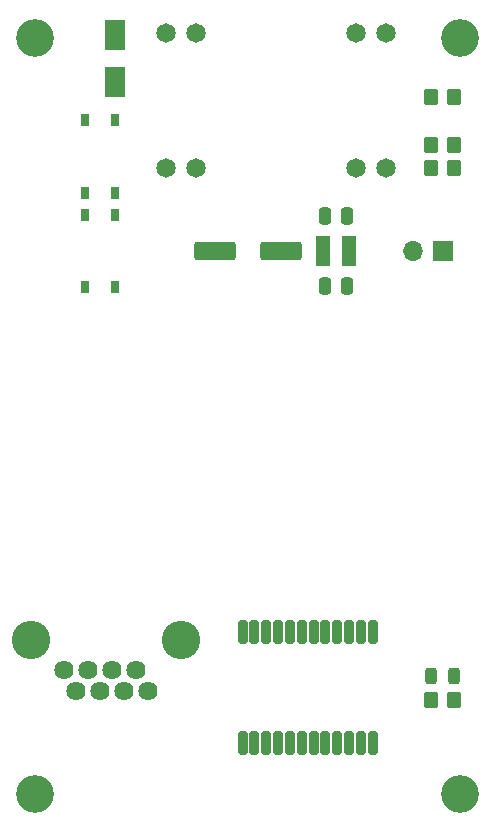
<source format=gbr>
%TF.GenerationSoftware,KiCad,Pcbnew,6.0.11+dfsg-1~bpo11+1*%
%TF.CreationDate,2024-02-01T17:53:29-05:00*%
%TF.ProjectId,POE,504f452e-6b69-4636-9164-5f7063625858,1.0.0*%
%TF.SameCoordinates,Original*%
%TF.FileFunction,Soldermask,Top*%
%TF.FilePolarity,Negative*%
%FSLAX46Y46*%
G04 Gerber Fmt 4.6, Leading zero omitted, Abs format (unit mm)*
G04 Created by KiCad (PCBNEW 6.0.11+dfsg-1~bpo11+1) date 2024-02-01 17:53:29*
%MOMM*%
%LPD*%
G01*
G04 APERTURE LIST*
G04 Aperture macros list*
%AMRoundRect*
0 Rectangle with rounded corners*
0 $1 Rounding radius*
0 $2 $3 $4 $5 $6 $7 $8 $9 X,Y pos of 4 corners*
0 Add a 4 corners polygon primitive as box body*
4,1,4,$2,$3,$4,$5,$6,$7,$8,$9,$2,$3,0*
0 Add four circle primitives for the rounded corners*
1,1,$1+$1,$2,$3*
1,1,$1+$1,$4,$5*
1,1,$1+$1,$6,$7*
1,1,$1+$1,$8,$9*
0 Add four rect primitives between the rounded corners*
20,1,$1+$1,$2,$3,$4,$5,0*
20,1,$1+$1,$4,$5,$6,$7,0*
20,1,$1+$1,$6,$7,$8,$9,0*
20,1,$1+$1,$8,$9,$2,$3,0*%
G04 Aperture macros list end*
%ADD10C,3.200000*%
%ADD11C,3.251200*%
%ADD12C,1.625600*%
%ADD13R,0.800000X1.000000*%
%ADD14R,1.700000X1.700000*%
%ADD15O,1.700000X1.700000*%
%ADD16RoundRect,0.250000X1.500000X0.550000X-1.500000X0.550000X-1.500000X-0.550000X1.500000X-0.550000X0*%
%ADD17RoundRect,0.250000X-0.350000X-0.450000X0.350000X-0.450000X0.350000X0.450000X-0.350000X0.450000X0*%
%ADD18R,1.800000X2.500000*%
%ADD19C,1.650000*%
%ADD20RoundRect,0.250000X0.250000X0.475000X-0.250000X0.475000X-0.250000X-0.475000X0.250000X-0.475000X0*%
%ADD21RoundRect,0.250000X0.350000X0.450000X-0.350000X0.450000X-0.350000X-0.450000X0.350000X-0.450000X0*%
%ADD22RoundRect,0.195000X-0.195000X0.805000X-0.195000X-0.805000X0.195000X-0.805000X0.195000X0.805000X0*%
%ADD23RoundRect,0.243750X-0.243750X-0.456250X0.243750X-0.456250X0.243750X0.456250X-0.243750X0.456250X0*%
%ADD24R,1.250000X2.500000*%
%ADD25RoundRect,0.250000X-0.250000X-0.475000X0.250000X-0.475000X0.250000X0.475000X-0.250000X0.475000X0*%
G04 APERTURE END LIST*
D10*
%TO.C,REF\u002A\u002A*%
X118000000Y-132000000D03*
%TD*%
D11*
%TO.C,J1*%
X81650000Y-118975000D03*
X94350000Y-118975000D03*
D12*
X84444000Y-121515000D03*
X85460000Y-123293000D03*
X86476000Y-121515000D03*
X87492000Y-123293000D03*
X88508000Y-121515000D03*
X89524000Y-123293000D03*
X90540000Y-121515000D03*
X91556000Y-123293000D03*
%TD*%
D13*
%TO.C,D2*%
X86260000Y-89075000D03*
X88800000Y-89075000D03*
X88800000Y-82925000D03*
X86260000Y-82925000D03*
%TD*%
D14*
%TO.C,J2*%
X116520054Y-86000000D03*
D15*
X113980054Y-86000000D03*
%TD*%
D16*
%TO.C,C1*%
X102800000Y-86000000D03*
X97200000Y-86000000D03*
%TD*%
D10*
%TO.C,REF\u002A\u002A*%
X82000000Y-132000000D03*
%TD*%
D17*
%TO.C,R4*%
X115500000Y-124000000D03*
X117500000Y-124000000D03*
%TD*%
D10*
%TO.C,REF\u002A\u002A*%
X118000000Y-68000000D03*
%TD*%
D18*
%TO.C,D3*%
X88800000Y-71700000D03*
X88800000Y-67700000D03*
%TD*%
D19*
%TO.C,MOD-1*%
X93090387Y-78937467D03*
X95630387Y-78937467D03*
X109200387Y-78937467D03*
X111740387Y-78937467D03*
X111740387Y-67557467D03*
X109200387Y-67557467D03*
X95630387Y-67557467D03*
X93090387Y-67557467D03*
%TD*%
D20*
%TO.C,C3*%
X108415599Y-89000000D03*
X106515599Y-89000000D03*
%TD*%
D13*
%TO.C,D1*%
X86260000Y-81075000D03*
X88800000Y-81075000D03*
X88800000Y-74925000D03*
X86260000Y-74925000D03*
%TD*%
D21*
%TO.C,R3*%
X117500000Y-73000000D03*
X115500000Y-73000000D03*
%TD*%
D22*
%TO.C,TR3*%
X110580000Y-118300000D03*
X109580000Y-118300000D03*
X108580000Y-118300000D03*
X107580000Y-118300000D03*
X106580000Y-118300000D03*
X105580000Y-118300000D03*
X104580000Y-118300000D03*
X103580000Y-118300000D03*
X102580000Y-118300000D03*
X101580000Y-118300000D03*
X100580000Y-118300000D03*
X99580000Y-118300000D03*
X99580000Y-127700000D03*
X100580000Y-127700000D03*
X101580000Y-127700000D03*
X102580000Y-127700000D03*
X103580000Y-127700000D03*
X104580000Y-127700000D03*
X105580000Y-127700000D03*
X106580000Y-127700000D03*
X107580000Y-127700000D03*
X108580000Y-127700000D03*
X109580000Y-127700000D03*
X110580000Y-127700000D03*
%TD*%
D10*
%TO.C,REF\u002A\u002A*%
X82000000Y-68000000D03*
%TD*%
D23*
%TO.C,D4*%
X115562500Y-122000000D03*
X117437500Y-122000000D03*
%TD*%
D21*
%TO.C,R1*%
X117500000Y-79000000D03*
X115500000Y-79000000D03*
%TD*%
D17*
%TO.C,R2*%
X115500000Y-77000000D03*
X117500000Y-77000000D03*
%TD*%
D24*
%TO.C,L1*%
X106340599Y-86000000D03*
X108590599Y-86000000D03*
%TD*%
D25*
%TO.C,C2*%
X106515599Y-83000000D03*
X108415599Y-83000000D03*
%TD*%
M02*

</source>
